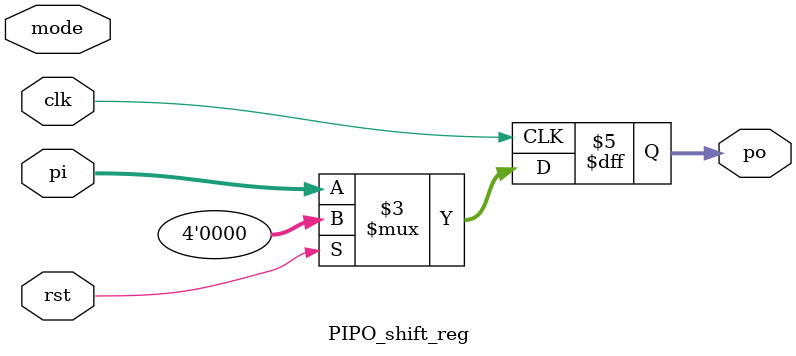
<source format=v>
`timescale 1ns / 1ps
module PIPO_shift_reg(clk,pi,mode,po,rst);
input clk,mode,rst;
input [3:0]pi;
output reg [3:0]po;

always @(posedge clk)
    begin 
        if(rst)
            po<=4'b0000;
        else 
            po=pi;
    end
endmodule
</source>
